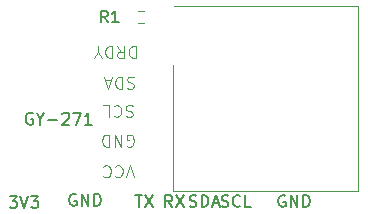
<source format=gbr>
%TF.GenerationSoftware,KiCad,Pcbnew,7.0.2-1.fc38*%
%TF.CreationDate,2023-06-06T15:14:40+02:00*%
%TF.ProjectId,F0_MyCompass,46305f4d-7943-46f6-9d70-6173732e6b69,rev?*%
%TF.SameCoordinates,Original*%
%TF.FileFunction,Legend,Top*%
%TF.FilePolarity,Positive*%
%FSLAX46Y46*%
G04 Gerber Fmt 4.6, Leading zero omitted, Abs format (unit mm)*
G04 Created by KiCad (PCBNEW 7.0.2-1.fc38) date 2023-06-06 15:14:40*
%MOMM*%
%LPD*%
G01*
G04 APERTURE LIST*
%ADD10C,0.150000*%
%ADD11C,0.100000*%
%ADD12C,0.120000*%
G04 APERTURE END LIST*
D10*
X104261904Y-97925238D02*
X104166666Y-97877619D01*
X104166666Y-97877619D02*
X104023809Y-97877619D01*
X104023809Y-97877619D02*
X103880952Y-97925238D01*
X103880952Y-97925238D02*
X103785714Y-98020476D01*
X103785714Y-98020476D02*
X103738095Y-98115714D01*
X103738095Y-98115714D02*
X103690476Y-98306190D01*
X103690476Y-98306190D02*
X103690476Y-98449047D01*
X103690476Y-98449047D02*
X103738095Y-98639523D01*
X103738095Y-98639523D02*
X103785714Y-98734761D01*
X103785714Y-98734761D02*
X103880952Y-98830000D01*
X103880952Y-98830000D02*
X104023809Y-98877619D01*
X104023809Y-98877619D02*
X104119047Y-98877619D01*
X104119047Y-98877619D02*
X104261904Y-98830000D01*
X104261904Y-98830000D02*
X104309523Y-98782380D01*
X104309523Y-98782380D02*
X104309523Y-98449047D01*
X104309523Y-98449047D02*
X104119047Y-98449047D01*
X104738095Y-98877619D02*
X104738095Y-97877619D01*
X104738095Y-97877619D02*
X105309523Y-98877619D01*
X105309523Y-98877619D02*
X105309523Y-97877619D01*
X105785714Y-98877619D02*
X105785714Y-97877619D01*
X105785714Y-97877619D02*
X106023809Y-97877619D01*
X106023809Y-97877619D02*
X106166666Y-97925238D01*
X106166666Y-97925238D02*
X106261904Y-98020476D01*
X106261904Y-98020476D02*
X106309523Y-98115714D01*
X106309523Y-98115714D02*
X106357142Y-98306190D01*
X106357142Y-98306190D02*
X106357142Y-98449047D01*
X106357142Y-98449047D02*
X106309523Y-98639523D01*
X106309523Y-98639523D02*
X106261904Y-98734761D01*
X106261904Y-98734761D02*
X106166666Y-98830000D01*
X106166666Y-98830000D02*
X106023809Y-98877619D01*
X106023809Y-98877619D02*
X105785714Y-98877619D01*
X91595238Y-97877619D02*
X92166666Y-97877619D01*
X91880952Y-98877619D02*
X91880952Y-97877619D01*
X92404762Y-97877619D02*
X93071428Y-98877619D01*
X93071428Y-97877619D02*
X92404762Y-98877619D01*
X98890476Y-98830000D02*
X99033333Y-98877619D01*
X99033333Y-98877619D02*
X99271428Y-98877619D01*
X99271428Y-98877619D02*
X99366666Y-98830000D01*
X99366666Y-98830000D02*
X99414285Y-98782380D01*
X99414285Y-98782380D02*
X99461904Y-98687142D01*
X99461904Y-98687142D02*
X99461904Y-98591904D01*
X99461904Y-98591904D02*
X99414285Y-98496666D01*
X99414285Y-98496666D02*
X99366666Y-98449047D01*
X99366666Y-98449047D02*
X99271428Y-98401428D01*
X99271428Y-98401428D02*
X99080952Y-98353809D01*
X99080952Y-98353809D02*
X98985714Y-98306190D01*
X98985714Y-98306190D02*
X98938095Y-98258571D01*
X98938095Y-98258571D02*
X98890476Y-98163333D01*
X98890476Y-98163333D02*
X98890476Y-98068095D01*
X98890476Y-98068095D02*
X98938095Y-97972857D01*
X98938095Y-97972857D02*
X98985714Y-97925238D01*
X98985714Y-97925238D02*
X99080952Y-97877619D01*
X99080952Y-97877619D02*
X99319047Y-97877619D01*
X99319047Y-97877619D02*
X99461904Y-97925238D01*
X100461904Y-98782380D02*
X100414285Y-98830000D01*
X100414285Y-98830000D02*
X100271428Y-98877619D01*
X100271428Y-98877619D02*
X100176190Y-98877619D01*
X100176190Y-98877619D02*
X100033333Y-98830000D01*
X100033333Y-98830000D02*
X99938095Y-98734761D01*
X99938095Y-98734761D02*
X99890476Y-98639523D01*
X99890476Y-98639523D02*
X99842857Y-98449047D01*
X99842857Y-98449047D02*
X99842857Y-98306190D01*
X99842857Y-98306190D02*
X99890476Y-98115714D01*
X99890476Y-98115714D02*
X99938095Y-98020476D01*
X99938095Y-98020476D02*
X100033333Y-97925238D01*
X100033333Y-97925238D02*
X100176190Y-97877619D01*
X100176190Y-97877619D02*
X100271428Y-97877619D01*
X100271428Y-97877619D02*
X100414285Y-97925238D01*
X100414285Y-97925238D02*
X100461904Y-97972857D01*
X101366666Y-98877619D02*
X100890476Y-98877619D01*
X100890476Y-98877619D02*
X100890476Y-97877619D01*
X86561904Y-97825238D02*
X86466666Y-97777619D01*
X86466666Y-97777619D02*
X86323809Y-97777619D01*
X86323809Y-97777619D02*
X86180952Y-97825238D01*
X86180952Y-97825238D02*
X86085714Y-97920476D01*
X86085714Y-97920476D02*
X86038095Y-98015714D01*
X86038095Y-98015714D02*
X85990476Y-98206190D01*
X85990476Y-98206190D02*
X85990476Y-98349047D01*
X85990476Y-98349047D02*
X86038095Y-98539523D01*
X86038095Y-98539523D02*
X86085714Y-98634761D01*
X86085714Y-98634761D02*
X86180952Y-98730000D01*
X86180952Y-98730000D02*
X86323809Y-98777619D01*
X86323809Y-98777619D02*
X86419047Y-98777619D01*
X86419047Y-98777619D02*
X86561904Y-98730000D01*
X86561904Y-98730000D02*
X86609523Y-98682380D01*
X86609523Y-98682380D02*
X86609523Y-98349047D01*
X86609523Y-98349047D02*
X86419047Y-98349047D01*
X87038095Y-98777619D02*
X87038095Y-97777619D01*
X87038095Y-97777619D02*
X87609523Y-98777619D01*
X87609523Y-98777619D02*
X87609523Y-97777619D01*
X88085714Y-98777619D02*
X88085714Y-97777619D01*
X88085714Y-97777619D02*
X88323809Y-97777619D01*
X88323809Y-97777619D02*
X88466666Y-97825238D01*
X88466666Y-97825238D02*
X88561904Y-97920476D01*
X88561904Y-97920476D02*
X88609523Y-98015714D01*
X88609523Y-98015714D02*
X88657142Y-98206190D01*
X88657142Y-98206190D02*
X88657142Y-98349047D01*
X88657142Y-98349047D02*
X88609523Y-98539523D01*
X88609523Y-98539523D02*
X88561904Y-98634761D01*
X88561904Y-98634761D02*
X88466666Y-98730000D01*
X88466666Y-98730000D02*
X88323809Y-98777619D01*
X88323809Y-98777619D02*
X88085714Y-98777619D01*
X96190476Y-98830000D02*
X96333333Y-98877619D01*
X96333333Y-98877619D02*
X96571428Y-98877619D01*
X96571428Y-98877619D02*
X96666666Y-98830000D01*
X96666666Y-98830000D02*
X96714285Y-98782380D01*
X96714285Y-98782380D02*
X96761904Y-98687142D01*
X96761904Y-98687142D02*
X96761904Y-98591904D01*
X96761904Y-98591904D02*
X96714285Y-98496666D01*
X96714285Y-98496666D02*
X96666666Y-98449047D01*
X96666666Y-98449047D02*
X96571428Y-98401428D01*
X96571428Y-98401428D02*
X96380952Y-98353809D01*
X96380952Y-98353809D02*
X96285714Y-98306190D01*
X96285714Y-98306190D02*
X96238095Y-98258571D01*
X96238095Y-98258571D02*
X96190476Y-98163333D01*
X96190476Y-98163333D02*
X96190476Y-98068095D01*
X96190476Y-98068095D02*
X96238095Y-97972857D01*
X96238095Y-97972857D02*
X96285714Y-97925238D01*
X96285714Y-97925238D02*
X96380952Y-97877619D01*
X96380952Y-97877619D02*
X96619047Y-97877619D01*
X96619047Y-97877619D02*
X96761904Y-97925238D01*
X97190476Y-98877619D02*
X97190476Y-97877619D01*
X97190476Y-97877619D02*
X97428571Y-97877619D01*
X97428571Y-97877619D02*
X97571428Y-97925238D01*
X97571428Y-97925238D02*
X97666666Y-98020476D01*
X97666666Y-98020476D02*
X97714285Y-98115714D01*
X97714285Y-98115714D02*
X97761904Y-98306190D01*
X97761904Y-98306190D02*
X97761904Y-98449047D01*
X97761904Y-98449047D02*
X97714285Y-98639523D01*
X97714285Y-98639523D02*
X97666666Y-98734761D01*
X97666666Y-98734761D02*
X97571428Y-98830000D01*
X97571428Y-98830000D02*
X97428571Y-98877619D01*
X97428571Y-98877619D02*
X97190476Y-98877619D01*
X98142857Y-98591904D02*
X98619047Y-98591904D01*
X98047619Y-98877619D02*
X98380952Y-97877619D01*
X98380952Y-97877619D02*
X98714285Y-98877619D01*
X94709523Y-98877619D02*
X94376190Y-98401428D01*
X94138095Y-98877619D02*
X94138095Y-97877619D01*
X94138095Y-97877619D02*
X94519047Y-97877619D01*
X94519047Y-97877619D02*
X94614285Y-97925238D01*
X94614285Y-97925238D02*
X94661904Y-97972857D01*
X94661904Y-97972857D02*
X94709523Y-98068095D01*
X94709523Y-98068095D02*
X94709523Y-98210952D01*
X94709523Y-98210952D02*
X94661904Y-98306190D01*
X94661904Y-98306190D02*
X94614285Y-98353809D01*
X94614285Y-98353809D02*
X94519047Y-98401428D01*
X94519047Y-98401428D02*
X94138095Y-98401428D01*
X95042857Y-97877619D02*
X95709523Y-98877619D01*
X95709523Y-97877619D02*
X95042857Y-98877619D01*
X80942857Y-97977619D02*
X81561904Y-97977619D01*
X81561904Y-97977619D02*
X81228571Y-98358571D01*
X81228571Y-98358571D02*
X81371428Y-98358571D01*
X81371428Y-98358571D02*
X81466666Y-98406190D01*
X81466666Y-98406190D02*
X81514285Y-98453809D01*
X81514285Y-98453809D02*
X81561904Y-98549047D01*
X81561904Y-98549047D02*
X81561904Y-98787142D01*
X81561904Y-98787142D02*
X81514285Y-98882380D01*
X81514285Y-98882380D02*
X81466666Y-98930000D01*
X81466666Y-98930000D02*
X81371428Y-98977619D01*
X81371428Y-98977619D02*
X81085714Y-98977619D01*
X81085714Y-98977619D02*
X80990476Y-98930000D01*
X80990476Y-98930000D02*
X80942857Y-98882380D01*
X81847619Y-97977619D02*
X82180952Y-98977619D01*
X82180952Y-98977619D02*
X82514285Y-97977619D01*
X82752381Y-97977619D02*
X83371428Y-97977619D01*
X83371428Y-97977619D02*
X83038095Y-98358571D01*
X83038095Y-98358571D02*
X83180952Y-98358571D01*
X83180952Y-98358571D02*
X83276190Y-98406190D01*
X83276190Y-98406190D02*
X83323809Y-98453809D01*
X83323809Y-98453809D02*
X83371428Y-98549047D01*
X83371428Y-98549047D02*
X83371428Y-98787142D01*
X83371428Y-98787142D02*
X83323809Y-98882380D01*
X83323809Y-98882380D02*
X83276190Y-98930000D01*
X83276190Y-98930000D02*
X83180952Y-98977619D01*
X83180952Y-98977619D02*
X82895238Y-98977619D01*
X82895238Y-98977619D02*
X82800000Y-98930000D01*
X82800000Y-98930000D02*
X82752381Y-98882380D01*
%TO.C,GY-271*%
X82885714Y-90960238D02*
X82790476Y-90912619D01*
X82790476Y-90912619D02*
X82647619Y-90912619D01*
X82647619Y-90912619D02*
X82504762Y-90960238D01*
X82504762Y-90960238D02*
X82409524Y-91055476D01*
X82409524Y-91055476D02*
X82361905Y-91150714D01*
X82361905Y-91150714D02*
X82314286Y-91341190D01*
X82314286Y-91341190D02*
X82314286Y-91484047D01*
X82314286Y-91484047D02*
X82361905Y-91674523D01*
X82361905Y-91674523D02*
X82409524Y-91769761D01*
X82409524Y-91769761D02*
X82504762Y-91865000D01*
X82504762Y-91865000D02*
X82647619Y-91912619D01*
X82647619Y-91912619D02*
X82742857Y-91912619D01*
X82742857Y-91912619D02*
X82885714Y-91865000D01*
X82885714Y-91865000D02*
X82933333Y-91817380D01*
X82933333Y-91817380D02*
X82933333Y-91484047D01*
X82933333Y-91484047D02*
X82742857Y-91484047D01*
X83552381Y-91436428D02*
X83552381Y-91912619D01*
X83219048Y-90912619D02*
X83552381Y-91436428D01*
X83552381Y-91436428D02*
X83885714Y-90912619D01*
X84219048Y-91531666D02*
X84980953Y-91531666D01*
X85409524Y-91007857D02*
X85457143Y-90960238D01*
X85457143Y-90960238D02*
X85552381Y-90912619D01*
X85552381Y-90912619D02*
X85790476Y-90912619D01*
X85790476Y-90912619D02*
X85885714Y-90960238D01*
X85885714Y-90960238D02*
X85933333Y-91007857D01*
X85933333Y-91007857D02*
X85980952Y-91103095D01*
X85980952Y-91103095D02*
X85980952Y-91198333D01*
X85980952Y-91198333D02*
X85933333Y-91341190D01*
X85933333Y-91341190D02*
X85361905Y-91912619D01*
X85361905Y-91912619D02*
X85980952Y-91912619D01*
X86314286Y-90912619D02*
X86980952Y-90912619D01*
X86980952Y-90912619D02*
X86552381Y-91912619D01*
X87885714Y-91912619D02*
X87314286Y-91912619D01*
X87600000Y-91912619D02*
X87600000Y-90912619D01*
X87600000Y-90912619D02*
X87504762Y-91055476D01*
X87504762Y-91055476D02*
X87409524Y-91150714D01*
X87409524Y-91150714D02*
X87314286Y-91198333D01*
D11*
X90888095Y-93724761D02*
X90983333Y-93772380D01*
X90983333Y-93772380D02*
X91126190Y-93772380D01*
X91126190Y-93772380D02*
X91269047Y-93724761D01*
X91269047Y-93724761D02*
X91364285Y-93629523D01*
X91364285Y-93629523D02*
X91411904Y-93534285D01*
X91411904Y-93534285D02*
X91459523Y-93343809D01*
X91459523Y-93343809D02*
X91459523Y-93200952D01*
X91459523Y-93200952D02*
X91411904Y-93010476D01*
X91411904Y-93010476D02*
X91364285Y-92915238D01*
X91364285Y-92915238D02*
X91269047Y-92820000D01*
X91269047Y-92820000D02*
X91126190Y-92772380D01*
X91126190Y-92772380D02*
X91030952Y-92772380D01*
X91030952Y-92772380D02*
X90888095Y-92820000D01*
X90888095Y-92820000D02*
X90840476Y-92867619D01*
X90840476Y-92867619D02*
X90840476Y-93200952D01*
X90840476Y-93200952D02*
X91030952Y-93200952D01*
X90411904Y-92772380D02*
X90411904Y-93772380D01*
X90411904Y-93772380D02*
X89840476Y-92772380D01*
X89840476Y-92772380D02*
X89840476Y-93772380D01*
X89364285Y-92772380D02*
X89364285Y-93772380D01*
X89364285Y-93772380D02*
X89126190Y-93772380D01*
X89126190Y-93772380D02*
X88983333Y-93724761D01*
X88983333Y-93724761D02*
X88888095Y-93629523D01*
X88888095Y-93629523D02*
X88840476Y-93534285D01*
X88840476Y-93534285D02*
X88792857Y-93343809D01*
X88792857Y-93343809D02*
X88792857Y-93200952D01*
X88792857Y-93200952D02*
X88840476Y-93010476D01*
X88840476Y-93010476D02*
X88888095Y-92915238D01*
X88888095Y-92915238D02*
X88983333Y-92820000D01*
X88983333Y-92820000D02*
X89126190Y-92772380D01*
X89126190Y-92772380D02*
X89364285Y-92772380D01*
X91454761Y-96372380D02*
X91121428Y-95372380D01*
X91121428Y-95372380D02*
X90788095Y-96372380D01*
X89883333Y-95467619D02*
X89930952Y-95420000D01*
X89930952Y-95420000D02*
X90073809Y-95372380D01*
X90073809Y-95372380D02*
X90169047Y-95372380D01*
X90169047Y-95372380D02*
X90311904Y-95420000D01*
X90311904Y-95420000D02*
X90407142Y-95515238D01*
X90407142Y-95515238D02*
X90454761Y-95610476D01*
X90454761Y-95610476D02*
X90502380Y-95800952D01*
X90502380Y-95800952D02*
X90502380Y-95943809D01*
X90502380Y-95943809D02*
X90454761Y-96134285D01*
X90454761Y-96134285D02*
X90407142Y-96229523D01*
X90407142Y-96229523D02*
X90311904Y-96324761D01*
X90311904Y-96324761D02*
X90169047Y-96372380D01*
X90169047Y-96372380D02*
X90073809Y-96372380D01*
X90073809Y-96372380D02*
X89930952Y-96324761D01*
X89930952Y-96324761D02*
X89883333Y-96277142D01*
X88883333Y-95467619D02*
X88930952Y-95420000D01*
X88930952Y-95420000D02*
X89073809Y-95372380D01*
X89073809Y-95372380D02*
X89169047Y-95372380D01*
X89169047Y-95372380D02*
X89311904Y-95420000D01*
X89311904Y-95420000D02*
X89407142Y-95515238D01*
X89407142Y-95515238D02*
X89454761Y-95610476D01*
X89454761Y-95610476D02*
X89502380Y-95800952D01*
X89502380Y-95800952D02*
X89502380Y-95943809D01*
X89502380Y-95943809D02*
X89454761Y-96134285D01*
X89454761Y-96134285D02*
X89407142Y-96229523D01*
X89407142Y-96229523D02*
X89311904Y-96324761D01*
X89311904Y-96324761D02*
X89169047Y-96372380D01*
X89169047Y-96372380D02*
X89073809Y-96372380D01*
X89073809Y-96372380D02*
X88930952Y-96324761D01*
X88930952Y-96324761D02*
X88883333Y-96277142D01*
X91359523Y-90320000D02*
X91216666Y-90272380D01*
X91216666Y-90272380D02*
X90978571Y-90272380D01*
X90978571Y-90272380D02*
X90883333Y-90320000D01*
X90883333Y-90320000D02*
X90835714Y-90367619D01*
X90835714Y-90367619D02*
X90788095Y-90462857D01*
X90788095Y-90462857D02*
X90788095Y-90558095D01*
X90788095Y-90558095D02*
X90835714Y-90653333D01*
X90835714Y-90653333D02*
X90883333Y-90700952D01*
X90883333Y-90700952D02*
X90978571Y-90748571D01*
X90978571Y-90748571D02*
X91169047Y-90796190D01*
X91169047Y-90796190D02*
X91264285Y-90843809D01*
X91264285Y-90843809D02*
X91311904Y-90891428D01*
X91311904Y-90891428D02*
X91359523Y-90986666D01*
X91359523Y-90986666D02*
X91359523Y-91081904D01*
X91359523Y-91081904D02*
X91311904Y-91177142D01*
X91311904Y-91177142D02*
X91264285Y-91224761D01*
X91264285Y-91224761D02*
X91169047Y-91272380D01*
X91169047Y-91272380D02*
X90930952Y-91272380D01*
X90930952Y-91272380D02*
X90788095Y-91224761D01*
X89788095Y-90367619D02*
X89835714Y-90320000D01*
X89835714Y-90320000D02*
X89978571Y-90272380D01*
X89978571Y-90272380D02*
X90073809Y-90272380D01*
X90073809Y-90272380D02*
X90216666Y-90320000D01*
X90216666Y-90320000D02*
X90311904Y-90415238D01*
X90311904Y-90415238D02*
X90359523Y-90510476D01*
X90359523Y-90510476D02*
X90407142Y-90700952D01*
X90407142Y-90700952D02*
X90407142Y-90843809D01*
X90407142Y-90843809D02*
X90359523Y-91034285D01*
X90359523Y-91034285D02*
X90311904Y-91129523D01*
X90311904Y-91129523D02*
X90216666Y-91224761D01*
X90216666Y-91224761D02*
X90073809Y-91272380D01*
X90073809Y-91272380D02*
X89978571Y-91272380D01*
X89978571Y-91272380D02*
X89835714Y-91224761D01*
X89835714Y-91224761D02*
X89788095Y-91177142D01*
X88883333Y-90272380D02*
X89359523Y-90272380D01*
X89359523Y-90272380D02*
X89359523Y-91272380D01*
X91611904Y-85272380D02*
X91611904Y-86272380D01*
X91611904Y-86272380D02*
X91373809Y-86272380D01*
X91373809Y-86272380D02*
X91230952Y-86224761D01*
X91230952Y-86224761D02*
X91135714Y-86129523D01*
X91135714Y-86129523D02*
X91088095Y-86034285D01*
X91088095Y-86034285D02*
X91040476Y-85843809D01*
X91040476Y-85843809D02*
X91040476Y-85700952D01*
X91040476Y-85700952D02*
X91088095Y-85510476D01*
X91088095Y-85510476D02*
X91135714Y-85415238D01*
X91135714Y-85415238D02*
X91230952Y-85320000D01*
X91230952Y-85320000D02*
X91373809Y-85272380D01*
X91373809Y-85272380D02*
X91611904Y-85272380D01*
X90040476Y-85272380D02*
X90373809Y-85748571D01*
X90611904Y-85272380D02*
X90611904Y-86272380D01*
X90611904Y-86272380D02*
X90230952Y-86272380D01*
X90230952Y-86272380D02*
X90135714Y-86224761D01*
X90135714Y-86224761D02*
X90088095Y-86177142D01*
X90088095Y-86177142D02*
X90040476Y-86081904D01*
X90040476Y-86081904D02*
X90040476Y-85939047D01*
X90040476Y-85939047D02*
X90088095Y-85843809D01*
X90088095Y-85843809D02*
X90135714Y-85796190D01*
X90135714Y-85796190D02*
X90230952Y-85748571D01*
X90230952Y-85748571D02*
X90611904Y-85748571D01*
X89611904Y-85272380D02*
X89611904Y-86272380D01*
X89611904Y-86272380D02*
X89373809Y-86272380D01*
X89373809Y-86272380D02*
X89230952Y-86224761D01*
X89230952Y-86224761D02*
X89135714Y-86129523D01*
X89135714Y-86129523D02*
X89088095Y-86034285D01*
X89088095Y-86034285D02*
X89040476Y-85843809D01*
X89040476Y-85843809D02*
X89040476Y-85700952D01*
X89040476Y-85700952D02*
X89088095Y-85510476D01*
X89088095Y-85510476D02*
X89135714Y-85415238D01*
X89135714Y-85415238D02*
X89230952Y-85320000D01*
X89230952Y-85320000D02*
X89373809Y-85272380D01*
X89373809Y-85272380D02*
X89611904Y-85272380D01*
X88421428Y-85748571D02*
X88421428Y-85272380D01*
X88754761Y-86272380D02*
X88421428Y-85748571D01*
X88421428Y-85748571D02*
X88088095Y-86272380D01*
X91459523Y-87920000D02*
X91316666Y-87872380D01*
X91316666Y-87872380D02*
X91078571Y-87872380D01*
X91078571Y-87872380D02*
X90983333Y-87920000D01*
X90983333Y-87920000D02*
X90935714Y-87967619D01*
X90935714Y-87967619D02*
X90888095Y-88062857D01*
X90888095Y-88062857D02*
X90888095Y-88158095D01*
X90888095Y-88158095D02*
X90935714Y-88253333D01*
X90935714Y-88253333D02*
X90983333Y-88300952D01*
X90983333Y-88300952D02*
X91078571Y-88348571D01*
X91078571Y-88348571D02*
X91269047Y-88396190D01*
X91269047Y-88396190D02*
X91364285Y-88443809D01*
X91364285Y-88443809D02*
X91411904Y-88491428D01*
X91411904Y-88491428D02*
X91459523Y-88586666D01*
X91459523Y-88586666D02*
X91459523Y-88681904D01*
X91459523Y-88681904D02*
X91411904Y-88777142D01*
X91411904Y-88777142D02*
X91364285Y-88824761D01*
X91364285Y-88824761D02*
X91269047Y-88872380D01*
X91269047Y-88872380D02*
X91030952Y-88872380D01*
X91030952Y-88872380D02*
X90888095Y-88824761D01*
X90459523Y-87872380D02*
X90459523Y-88872380D01*
X90459523Y-88872380D02*
X90221428Y-88872380D01*
X90221428Y-88872380D02*
X90078571Y-88824761D01*
X90078571Y-88824761D02*
X89983333Y-88729523D01*
X89983333Y-88729523D02*
X89935714Y-88634285D01*
X89935714Y-88634285D02*
X89888095Y-88443809D01*
X89888095Y-88443809D02*
X89888095Y-88300952D01*
X89888095Y-88300952D02*
X89935714Y-88110476D01*
X89935714Y-88110476D02*
X89983333Y-88015238D01*
X89983333Y-88015238D02*
X90078571Y-87920000D01*
X90078571Y-87920000D02*
X90221428Y-87872380D01*
X90221428Y-87872380D02*
X90459523Y-87872380D01*
X89507142Y-88158095D02*
X89030952Y-88158095D01*
X89602380Y-87872380D02*
X89269047Y-88872380D01*
X89269047Y-88872380D02*
X88935714Y-87872380D01*
D10*
%TO.C,R1*%
X89233333Y-83262619D02*
X88900000Y-82786428D01*
X88661905Y-83262619D02*
X88661905Y-82262619D01*
X88661905Y-82262619D02*
X89042857Y-82262619D01*
X89042857Y-82262619D02*
X89138095Y-82310238D01*
X89138095Y-82310238D02*
X89185714Y-82357857D01*
X89185714Y-82357857D02*
X89233333Y-82453095D01*
X89233333Y-82453095D02*
X89233333Y-82595952D01*
X89233333Y-82595952D02*
X89185714Y-82691190D01*
X89185714Y-82691190D02*
X89138095Y-82738809D01*
X89138095Y-82738809D02*
X89042857Y-82786428D01*
X89042857Y-82786428D02*
X88661905Y-82786428D01*
X90185714Y-83262619D02*
X89614286Y-83262619D01*
X89900000Y-83262619D02*
X89900000Y-82262619D01*
X89900000Y-82262619D02*
X89804762Y-82405476D01*
X89804762Y-82405476D02*
X89709524Y-82500714D01*
X89709524Y-82500714D02*
X89614286Y-82548333D01*
D12*
%TO.C,U1*%
X94740000Y-86900000D02*
X94740000Y-97560000D01*
X94740000Y-97560000D02*
X110460000Y-97560000D01*
X94850000Y-81840000D02*
X110460000Y-81840000D01*
X110460000Y-81840000D02*
X110460000Y-97560000D01*
%TO.C,R1*%
X91845276Y-82277500D02*
X92354724Y-82277500D01*
X91845276Y-83322500D02*
X92354724Y-83322500D01*
%TD*%
M02*

</source>
